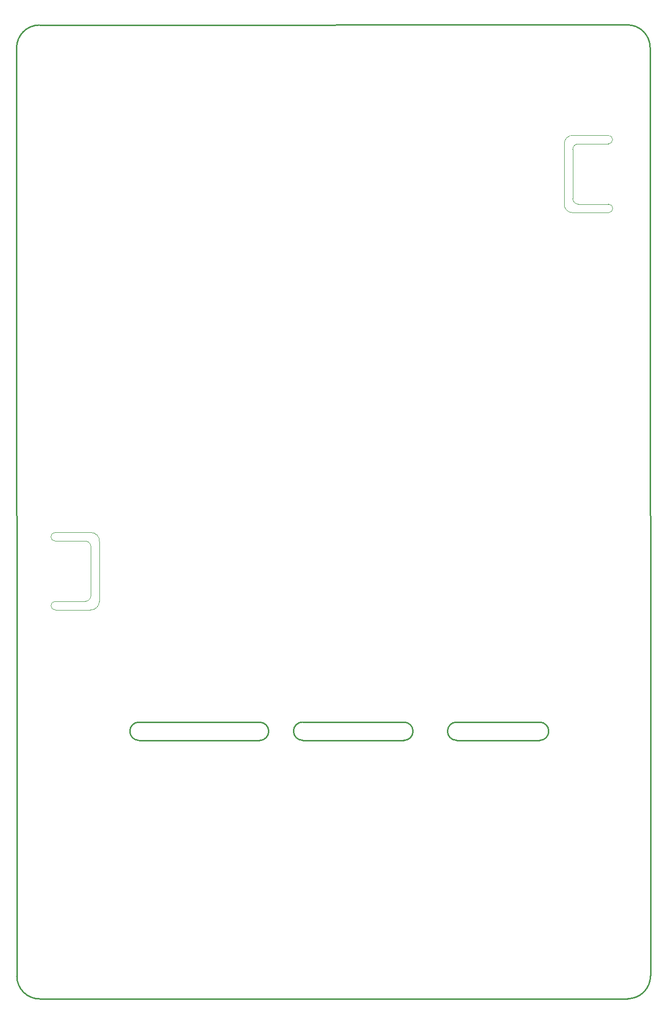
<source format=gbr>
%TF.GenerationSoftware,KiCad,Pcbnew,(6.0.0)*%
%TF.CreationDate,2022-06-08T16:09:46+02:00*%
%TF.ProjectId,HotPlate,486f7450-6c61-4746-952e-6b696361645f,1.0*%
%TF.SameCoordinates,Original*%
%TF.FileFunction,Profile,NP*%
%FSLAX46Y46*%
G04 Gerber Fmt 4.6, Leading zero omitted, Abs format (unit mm)*
G04 Created by KiCad (PCBNEW (6.0.0)) date 2022-06-08 16:09:46*
%MOMM*%
%LPD*%
G01*
G04 APERTURE LIST*
%TA.AperFunction,Profile*%
%ADD10C,0.254000*%
%TD*%
%TA.AperFunction,Profile*%
%ADD11C,0.050000*%
%TD*%
G04 APERTURE END LIST*
D10*
X20926219Y-124440083D02*
G75*
G03*
X22526219Y-126040055I1599999J27D01*
G01*
X43690028Y-126050000D02*
G75*
G03*
X45290000Y-124450000I-27J1599999D01*
G01*
X94414858Y-124440055D02*
G75*
G03*
X92814858Y-122840055I-1599999J1D01*
G01*
D11*
X99590963Y-21480133D02*
G75*
G03*
X98620000Y-22460000I19038J-989869D01*
G01*
X104860000Y-19979735D02*
X98710000Y-19970000D01*
X104900000Y-33540265D02*
G75*
G03*
X104880000Y-32040000I1J750266D01*
G01*
D10*
X108264648Y-171320000D02*
X5124648Y-171350000D01*
D11*
X7815000Y-89599735D02*
X14075000Y-89599735D01*
X7835000Y-101660000D02*
X13124037Y-101659867D01*
X98620133Y-31069037D02*
G75*
G03*
X99600000Y-32040000I989869J19038D01*
G01*
D10*
X112203358Y-4614425D02*
G75*
G03*
X108203368Y-614435I-3999990J0D01*
G01*
X43690000Y-122850000D02*
X22526191Y-122840055D01*
X5064638Y-650010D02*
X108203368Y-614435D01*
X76651371Y-124428629D02*
G75*
G03*
X78251371Y-126028629I1599999J-1D01*
G01*
X1104648Y-167350000D02*
X1064648Y-4650000D01*
D11*
X14005000Y-103170001D02*
G75*
G03*
X15575265Y-101650000I87169J1481045D01*
G01*
D10*
X69014886Y-126040055D02*
G75*
G03*
X70614858Y-124440055I-27J1599999D01*
G01*
D11*
X15595000Y-91170000D02*
G75*
G03*
X14075000Y-89599735I-1481043J87171D01*
G01*
X7855000Y-103160265D02*
X14005000Y-103170000D01*
D10*
X112203358Y-4614425D02*
X112264648Y-167320000D01*
D11*
X98710000Y-19970000D02*
G75*
G03*
X97139735Y-21490000I-87171J-1481043D01*
G01*
X104880000Y-32040000D02*
X99600000Y-32040000D01*
D10*
X49640000Y-124420000D02*
G75*
G03*
X51240000Y-126020000I1599999J-1D01*
G01*
X92814858Y-126040055D02*
G75*
G03*
X94414858Y-124440055I1J1599999D01*
G01*
X1104648Y-167350000D02*
G75*
G03*
X5124648Y-171350000I4000050J0D01*
G01*
X108264648Y-171320000D02*
G75*
G03*
X112264648Y-167320000I0J4000000D01*
G01*
D11*
X7835000Y-101660000D02*
G75*
G03*
X7855000Y-103160265I-1J-750266D01*
G01*
D10*
X45290000Y-124449972D02*
G75*
G03*
X43690000Y-122850000I-1599999J-27D01*
G01*
D11*
X104880000Y-21480000D02*
X99590963Y-21480133D01*
X97119999Y-31970000D02*
G75*
G03*
X98640000Y-33540265I1481045J-87169D01*
G01*
D10*
X43690028Y-126050000D02*
X22526219Y-126040055D01*
D11*
X15595000Y-91170000D02*
X15575265Y-101650000D01*
X97120000Y-31970000D02*
X97139735Y-21490000D01*
X13124037Y-101659867D02*
G75*
G03*
X14095000Y-100680000I-19038J989869D01*
G01*
X98620133Y-31069037D02*
X98620000Y-22460000D01*
X7815000Y-89599735D02*
G75*
G03*
X7835000Y-91100000I-1J-750266D01*
G01*
D10*
X70614858Y-124440027D02*
G75*
G03*
X69014858Y-122840055I-1599999J-27D01*
G01*
X92814858Y-126040055D02*
X78251371Y-126028629D01*
D11*
X7835000Y-91100000D02*
X13115000Y-91100000D01*
D10*
X69014858Y-126040055D02*
X51240000Y-126020000D01*
X69014858Y-122840055D02*
X51240000Y-122820000D01*
D11*
X104900000Y-33540265D02*
X98640000Y-33540265D01*
X14094867Y-92070963D02*
X14095000Y-100680000D01*
D10*
X5064638Y-650010D02*
G75*
G03*
X1064648Y-4650000I0J-3999990D01*
G01*
D11*
X14094867Y-92070963D02*
G75*
G03*
X13115000Y-91100000I-989869J-19038D01*
G01*
D10*
X78251371Y-122828629D02*
G75*
G03*
X76651371Y-124428629I-1J-1599999D01*
G01*
X51240000Y-122820000D02*
G75*
G03*
X49640000Y-124420000I-1J-1599999D01*
G01*
X92814858Y-122840055D02*
X78251371Y-122828629D01*
D11*
X104880000Y-21480000D02*
G75*
G03*
X104860000Y-19979735I1J750266D01*
G01*
D10*
X22526191Y-122840055D02*
G75*
G03*
X20926219Y-124440055I27J-1599999D01*
G01*
M02*

</source>
